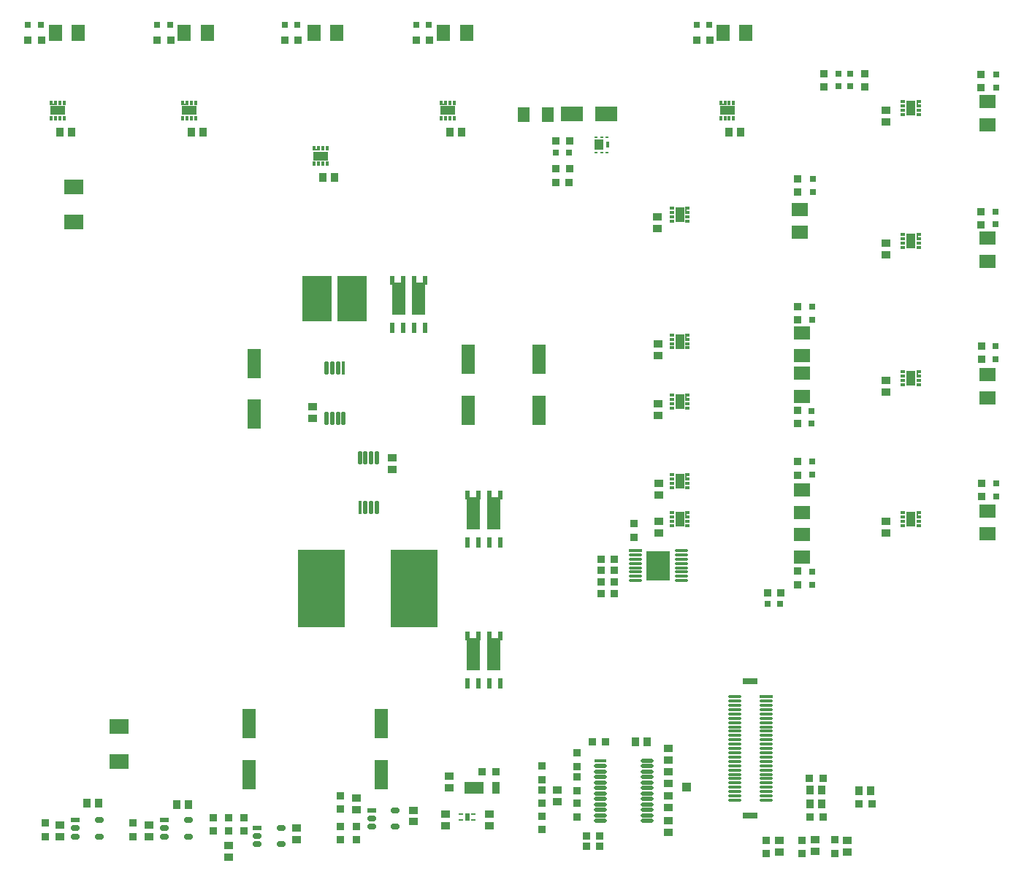
<source format=gtp>
G04*
G04 #@! TF.GenerationSoftware,Altium Limited,Altium Designer,18.1.6 (161)*
G04*
G04 Layer_Color=8421504*
%FSLAX25Y25*%
%MOIN*%
G70*
G01*
G75*
%ADD17R,0.03347X0.03347*%
%ADD18R,0.06102X0.13583*%
%ADD19R,0.03937X0.03543*%
G04:AMPARAMS|DCode=20|XSize=59.06mil|YSize=17.72mil|CornerRadius=4.43mil|HoleSize=0mil|Usage=FLASHONLY|Rotation=270.000|XOffset=0mil|YOffset=0mil|HoleType=Round|Shape=RoundedRectangle|*
%AMROUNDEDRECTD20*
21,1,0.05906,0.00886,0,0,270.0*
21,1,0.05020,0.01772,0,0,270.0*
1,1,0.00886,-0.00443,-0.02510*
1,1,0.00886,-0.00443,0.02510*
1,1,0.00886,0.00443,0.02510*
1,1,0.00886,0.00443,-0.02510*
%
%ADD20ROUNDEDRECTD20*%
%ADD21R,0.01772X0.05906*%
%ADD22R,0.07284X0.05906*%
%ADD23R,0.03347X0.03347*%
%ADD24R,0.03937X0.06693*%
%ADD25R,0.01968X0.01181*%
%ADD26R,0.00787X0.03150*%
%ADD27R,0.09843X0.06693*%
%ADD28R,0.05512X0.07087*%
%ADD29R,0.05906X0.07284*%
%ADD30R,0.06693X0.03937*%
%ADD31R,0.01181X0.01968*%
%ADD32R,0.03150X0.00787*%
%ADD33R,0.03543X0.03937*%
%ADD34R,0.06496X0.15000*%
%ADD35R,0.02402X0.04016*%
%ADD36R,0.02402X0.05000*%
%ADD37R,0.01968X0.03386*%
%ADD38R,0.01968X0.00984*%
%ADD39R,0.03150X0.03150*%
%ADD40R,0.03150X0.03150*%
%ADD41R,0.05906X0.01378*%
G04:AMPARAMS|DCode=42|XSize=13.78mil|YSize=59.06mil|CornerRadius=3.45mil|HoleSize=0mil|Usage=FLASHONLY|Rotation=90.000|XOffset=0mil|YOffset=0mil|HoleType=Round|Shape=RoundedRectangle|*
%AMROUNDEDRECTD42*
21,1,0.01378,0.05217,0,0,90.0*
21,1,0.00689,0.05906,0,0,90.0*
1,1,0.00689,0.02608,0.00345*
1,1,0.00689,0.02608,-0.00345*
1,1,0.00689,-0.02608,-0.00345*
1,1,0.00689,-0.02608,0.00345*
%
%ADD42ROUNDEDRECTD42*%
%ADD43R,0.11024X0.13780*%
%ADD44R,0.08500X0.07000*%
%ADD45R,0.07087X0.03150*%
%ADD46O,0.06299X0.01181*%
%ADD47R,0.06299X0.01181*%
%ADD48R,0.08661X0.05512*%
%ADD49R,0.03543X0.05512*%
%ADD50R,0.21457X0.35433*%
%ADD51R,0.13819X0.20984*%
G04:AMPARAMS|DCode=52|XSize=23.62mil|YSize=39.37mil|CornerRadius=5.91mil|HoleSize=0mil|Usage=FLASHONLY|Rotation=90.000|XOffset=0mil|YOffset=0mil|HoleType=Round|Shape=RoundedRectangle|*
%AMROUNDEDRECTD52*
21,1,0.02362,0.02756,0,0,90.0*
21,1,0.01181,0.03937,0,0,90.0*
1,1,0.01181,0.01378,0.00591*
1,1,0.01181,0.01378,-0.00591*
1,1,0.01181,-0.01378,-0.00591*
1,1,0.01181,-0.01378,0.00591*
%
%ADD52ROUNDEDRECTD52*%
%ADD53R,0.03937X0.02362*%
G04:AMPARAMS|DCode=54|XSize=17.72mil|YSize=57.09mil|CornerRadius=4.43mil|HoleSize=0mil|Usage=FLASHONLY|Rotation=90.000|XOffset=0mil|YOffset=0mil|HoleType=Round|Shape=RoundedRectangle|*
%AMROUNDEDRECTD54*
21,1,0.01772,0.04823,0,0,90.0*
21,1,0.00886,0.05709,0,0,90.0*
1,1,0.00886,0.02411,0.00443*
1,1,0.00886,0.02411,-0.00443*
1,1,0.00886,-0.02411,-0.00443*
1,1,0.00886,-0.02411,0.00443*
%
%ADD54ROUNDEDRECTD54*%
%ADD55R,0.05709X0.01772*%
%ADD56R,0.03937X0.04724*%
%ADD57R,0.01575X0.00984*%
%ADD58R,0.01181X0.03110*%
%ADD59R,0.03937X0.03937*%
D17*
X149803Y382579D02*
D03*
X143701D02*
D03*
X26644D02*
D03*
X32747D02*
D03*
X85630D02*
D03*
X91732D02*
D03*
X273712Y323893D02*
D03*
X267610D02*
D03*
X267413Y317262D02*
D03*
X273515D02*
D03*
X203740Y382579D02*
D03*
X209842D02*
D03*
X331693D02*
D03*
X337795D02*
D03*
X294154Y135065D02*
D03*
X288052D02*
D03*
X294154Y140315D02*
D03*
X288052D02*
D03*
X284037Y62205D02*
D03*
X290139D02*
D03*
X370276Y130020D02*
D03*
X364173D02*
D03*
X281555Y18996D02*
D03*
X287657D02*
D03*
X281555Y14567D02*
D03*
X287657D02*
D03*
X383366Y27758D02*
D03*
X389469D02*
D03*
X240074Y48577D02*
D03*
X233971D02*
D03*
X383268Y45276D02*
D03*
X389370D02*
D03*
X405709Y33676D02*
D03*
X411811D02*
D03*
X288150Y129921D02*
D03*
X294253D02*
D03*
X288052Y145508D02*
D03*
X294154D02*
D03*
X267610Y336479D02*
D03*
X273712D02*
D03*
D18*
X187987Y47244D02*
D03*
Y70472D02*
D03*
X227662Y213484D02*
D03*
Y236713D02*
D03*
X127665Y47244D02*
D03*
Y70472D02*
D03*
X259842Y213484D02*
D03*
Y236713D02*
D03*
X129921Y211614D02*
D03*
Y234842D02*
D03*
D19*
X193001Y191791D02*
D03*
Y186476D02*
D03*
X156578Y209783D02*
D03*
Y215098D02*
D03*
X400591Y17224D02*
D03*
Y11909D02*
D03*
X268257Y40053D02*
D03*
Y34738D02*
D03*
X314325Y211024D02*
D03*
Y216339D02*
D03*
X314573Y180118D02*
D03*
Y174803D02*
D03*
X418307Y221804D02*
D03*
Y227119D02*
D03*
Y284399D02*
D03*
Y289714D02*
D03*
X418307Y157402D02*
D03*
Y162716D02*
D03*
X418307Y345079D02*
D03*
Y350394D02*
D03*
X313976Y296358D02*
D03*
Y301673D02*
D03*
X314325Y238583D02*
D03*
Y243898D02*
D03*
X314573Y157319D02*
D03*
Y162634D02*
D03*
X318898Y59115D02*
D03*
Y53800D02*
D03*
X237022Y23624D02*
D03*
Y28939D02*
D03*
X217180Y23624D02*
D03*
Y28939D02*
D03*
X149222Y22736D02*
D03*
Y17421D02*
D03*
X118110Y14764D02*
D03*
Y9449D02*
D03*
X369660Y17224D02*
D03*
Y11909D02*
D03*
X202559Y30906D02*
D03*
Y25591D02*
D03*
X176476Y31236D02*
D03*
Y36551D02*
D03*
X385827Y17323D02*
D03*
Y12008D02*
D03*
X318898Y48451D02*
D03*
Y43136D02*
D03*
X218920Y46266D02*
D03*
Y40951D02*
D03*
X318898Y37396D02*
D03*
Y32081D02*
D03*
Y25951D02*
D03*
Y20636D02*
D03*
X41196Y18898D02*
D03*
Y24213D02*
D03*
X81693Y18898D02*
D03*
Y24213D02*
D03*
D20*
X162929Y209783D02*
D03*
X165488D02*
D03*
X168047D02*
D03*
X170606D02*
D03*
X162929Y232618D02*
D03*
X165488D02*
D03*
X168047D02*
D03*
X180610Y168957D02*
D03*
X183169D02*
D03*
X185728D02*
D03*
X178051Y191791D02*
D03*
X180610D02*
D03*
X183169D02*
D03*
X185728D02*
D03*
D21*
X170606Y232618D02*
D03*
X178051Y168957D02*
D03*
D22*
X379921Y238386D02*
D03*
Y248819D02*
D03*
Y219862D02*
D03*
Y230295D02*
D03*
X379819Y156714D02*
D03*
Y146281D02*
D03*
Y177154D02*
D03*
Y166720D02*
D03*
X464567Y167358D02*
D03*
Y156925D02*
D03*
Y219226D02*
D03*
Y229659D02*
D03*
Y281562D02*
D03*
Y291995D02*
D03*
Y343898D02*
D03*
Y354331D02*
D03*
X378937Y294685D02*
D03*
Y305118D02*
D03*
D23*
X377953Y207285D02*
D03*
Y213387D02*
D03*
X394685Y17323D02*
D03*
Y11220D02*
D03*
X379850Y17224D02*
D03*
Y11122D02*
D03*
X363386Y17224D02*
D03*
Y11122D02*
D03*
X125068Y21457D02*
D03*
Y27559D02*
D03*
X118110D02*
D03*
Y21457D02*
D03*
X111221Y21457D02*
D03*
Y27559D02*
D03*
X461712Y242815D02*
D03*
Y236713D02*
D03*
X461614Y304232D02*
D03*
Y298130D02*
D03*
X461712Y180118D02*
D03*
Y174016D02*
D03*
X461614Y366811D02*
D03*
Y360709D02*
D03*
X377850Y319094D02*
D03*
Y312991D02*
D03*
Y260827D02*
D03*
Y254724D02*
D03*
X169095Y37437D02*
D03*
Y31335D02*
D03*
X176476Y23425D02*
D03*
Y17323D02*
D03*
X377850Y139947D02*
D03*
Y133844D02*
D03*
X408425Y367244D02*
D03*
Y361142D02*
D03*
X389764Y367244D02*
D03*
Y361142D02*
D03*
X277125Y50848D02*
D03*
Y56951D02*
D03*
Y39848D02*
D03*
Y45951D02*
D03*
Y27848D02*
D03*
Y33951D02*
D03*
X261325Y44900D02*
D03*
Y51002D02*
D03*
Y33951D02*
D03*
Y40053D02*
D03*
Y21951D02*
D03*
Y28053D02*
D03*
X169095Y23425D02*
D03*
Y17323D02*
D03*
X34449Y25000D02*
D03*
Y18898D02*
D03*
X74634Y25000D02*
D03*
Y18898D02*
D03*
X303293Y155512D02*
D03*
Y161614D02*
D03*
X377850Y183847D02*
D03*
Y189949D02*
D03*
D24*
X324039Y302658D02*
D03*
Y217323D02*
D03*
X429528Y163701D02*
D03*
Y228104D02*
D03*
Y290768D02*
D03*
Y351378D02*
D03*
X324039Y244882D02*
D03*
Y181102D02*
D03*
Y163701D02*
D03*
D25*
X327582Y299705D02*
D03*
Y301673D02*
D03*
Y303642D02*
D03*
Y305610D02*
D03*
X320496D02*
D03*
Y303642D02*
D03*
Y301673D02*
D03*
Y299705D02*
D03*
X327582Y214370D02*
D03*
Y216339D02*
D03*
Y218307D02*
D03*
Y220276D02*
D03*
X320496D02*
D03*
Y218307D02*
D03*
Y216339D02*
D03*
Y214370D02*
D03*
X433071Y160748D02*
D03*
Y162716D02*
D03*
Y164685D02*
D03*
Y166654D02*
D03*
X425984D02*
D03*
Y164685D02*
D03*
Y162716D02*
D03*
Y160748D02*
D03*
X433071Y225151D02*
D03*
Y227119D02*
D03*
Y229088D02*
D03*
Y231056D02*
D03*
X425984D02*
D03*
Y229088D02*
D03*
Y227119D02*
D03*
Y225151D02*
D03*
X433071Y287815D02*
D03*
Y289784D02*
D03*
Y291752D02*
D03*
Y293721D02*
D03*
X425984D02*
D03*
Y291752D02*
D03*
Y289784D02*
D03*
Y287815D02*
D03*
X433071Y348425D02*
D03*
Y350394D02*
D03*
Y352362D02*
D03*
Y354331D02*
D03*
X425984D02*
D03*
Y352362D02*
D03*
Y350394D02*
D03*
Y348425D02*
D03*
X320496Y241929D02*
D03*
Y243898D02*
D03*
Y245866D02*
D03*
Y247835D02*
D03*
X327582D02*
D03*
Y245866D02*
D03*
Y243898D02*
D03*
Y241929D02*
D03*
X320496Y178150D02*
D03*
Y180118D02*
D03*
Y182087D02*
D03*
Y184055D02*
D03*
X327582D02*
D03*
Y182087D02*
D03*
Y180118D02*
D03*
Y178150D02*
D03*
X320496Y160748D02*
D03*
Y162716D02*
D03*
Y164685D02*
D03*
Y166654D02*
D03*
X327582D02*
D03*
Y164685D02*
D03*
Y162716D02*
D03*
Y160748D02*
D03*
D26*
X326992Y304626D02*
D03*
Y219291D02*
D03*
X432480Y165669D02*
D03*
Y230072D02*
D03*
Y292736D02*
D03*
Y353346D02*
D03*
X326992Y246850D02*
D03*
Y183071D02*
D03*
Y165669D02*
D03*
D27*
X274696Y348799D02*
D03*
X290444D02*
D03*
D28*
X252953Y348425D02*
D03*
X263779D02*
D03*
D29*
X157229Y385827D02*
D03*
X167662D02*
D03*
X97993D02*
D03*
X108426D02*
D03*
X49660Y385827D02*
D03*
X39227D02*
D03*
X226725Y385827D02*
D03*
X216291D02*
D03*
X354149Y385827D02*
D03*
X343716D02*
D03*
D30*
X160219Y329553D02*
D03*
X100054Y350276D02*
D03*
X40211D02*
D03*
X218164D02*
D03*
X345685D02*
D03*
D31*
X163172Y333097D02*
D03*
X161204D02*
D03*
X159235D02*
D03*
X157267D02*
D03*
Y326010D02*
D03*
X159235D02*
D03*
X161204D02*
D03*
X163172D02*
D03*
X103007Y353819D02*
D03*
X101038D02*
D03*
X99070D02*
D03*
X97101D02*
D03*
Y346732D02*
D03*
X99070D02*
D03*
X101038D02*
D03*
X103007D02*
D03*
X43164Y353819D02*
D03*
X41196D02*
D03*
X39227D02*
D03*
X37259D02*
D03*
Y346732D02*
D03*
X39227D02*
D03*
X41196D02*
D03*
X43164D02*
D03*
X221117D02*
D03*
X219148D02*
D03*
X217180D02*
D03*
X215212D02*
D03*
Y353819D02*
D03*
X217180D02*
D03*
X219148D02*
D03*
X221117D02*
D03*
X348638Y346732D02*
D03*
X346669D02*
D03*
X344701D02*
D03*
X342732D02*
D03*
Y353819D02*
D03*
X344701D02*
D03*
X346669D02*
D03*
X348638D02*
D03*
D32*
X158251Y332506D02*
D03*
X98085Y353228D02*
D03*
X38243D02*
D03*
X216196D02*
D03*
X343716D02*
D03*
D33*
X161204Y319882D02*
D03*
X166518D02*
D03*
X46511Y340551D02*
D03*
X41196D02*
D03*
X106353Y340551D02*
D03*
X101038D02*
D03*
X224463Y340551D02*
D03*
X219148D02*
D03*
X351984D02*
D03*
X346669D02*
D03*
X309154Y62008D02*
D03*
X303839D02*
D03*
X383366Y33788D02*
D03*
X388681D02*
D03*
X58780Y34058D02*
D03*
X53465D02*
D03*
X99732Y33366D02*
D03*
X94417D02*
D03*
X383366Y40201D02*
D03*
X388681D02*
D03*
X405709Y39848D02*
D03*
X411024D02*
D03*
D34*
X229975Y166339D02*
D03*
X239070D02*
D03*
X204901Y264347D02*
D03*
X195807D02*
D03*
X239070Y102024D02*
D03*
X229975D02*
D03*
D35*
X227023Y174626D02*
D03*
X232023D02*
D03*
X237022D02*
D03*
X242022D02*
D03*
X207854Y272635D02*
D03*
X202854D02*
D03*
X197854D02*
D03*
X192854D02*
D03*
X242022Y110311D02*
D03*
X237022D02*
D03*
X232023D02*
D03*
X227023D02*
D03*
D36*
X242022Y153110D02*
D03*
X237022D02*
D03*
X232023D02*
D03*
X227023D02*
D03*
X192854Y251119D02*
D03*
X197854D02*
D03*
X202854D02*
D03*
X207854D02*
D03*
X227023Y88795D02*
D03*
X232023D02*
D03*
X237022D02*
D03*
X242022D02*
D03*
D37*
X227121Y27758D02*
D03*
D38*
X229975Y28939D02*
D03*
Y26577D02*
D03*
X224306D02*
D03*
Y28939D02*
D03*
D39*
X468209Y236909D02*
D03*
Y242815D02*
D03*
Y298327D02*
D03*
Y304232D02*
D03*
X401677Y367244D02*
D03*
Y361339D02*
D03*
X396457Y367244D02*
D03*
Y361339D02*
D03*
X384543Y139764D02*
D03*
Y133858D02*
D03*
X384646Y189961D02*
D03*
Y184055D02*
D03*
Y260827D02*
D03*
Y254921D02*
D03*
X384240Y213191D02*
D03*
Y207285D02*
D03*
X468504Y180118D02*
D03*
Y174213D02*
D03*
Y366811D02*
D03*
Y360906D02*
D03*
X384842Y319094D02*
D03*
Y313188D02*
D03*
D40*
X32550Y389469D02*
D03*
X26644D02*
D03*
X91535D02*
D03*
X85630D02*
D03*
X364095Y125000D02*
D03*
X370001D02*
D03*
X331693Y389574D02*
D03*
X337598D02*
D03*
X273515Y330947D02*
D03*
X267610D02*
D03*
X203740Y389574D02*
D03*
X209646D02*
D03*
X143701D02*
D03*
X149606D02*
D03*
D41*
X303695Y149445D02*
D03*
D42*
Y147476D02*
D03*
Y145508D02*
D03*
Y143539D02*
D03*
Y141571D02*
D03*
Y139602D02*
D03*
Y137634D02*
D03*
Y135665D02*
D03*
X324955Y149445D02*
D03*
Y147476D02*
D03*
Y145508D02*
D03*
Y143539D02*
D03*
Y141571D02*
D03*
Y139602D02*
D03*
Y137634D02*
D03*
Y135665D02*
D03*
D43*
X314325Y142555D02*
D03*
D44*
X47632Y315354D02*
D03*
Y299354D02*
D03*
X68010Y53150D02*
D03*
Y69150D02*
D03*
D45*
X356299Y89764D02*
D03*
Y28346D02*
D03*
D46*
X349213Y82677D02*
D03*
Y80709D02*
D03*
Y78740D02*
D03*
Y76772D02*
D03*
Y74803D02*
D03*
Y72835D02*
D03*
Y70866D02*
D03*
Y68898D02*
D03*
Y66929D02*
D03*
Y64961D02*
D03*
Y62992D02*
D03*
Y61024D02*
D03*
Y59055D02*
D03*
Y57087D02*
D03*
Y55118D02*
D03*
Y53150D02*
D03*
Y51181D02*
D03*
Y49213D02*
D03*
Y47244D02*
D03*
Y45276D02*
D03*
Y43307D02*
D03*
Y41339D02*
D03*
Y39370D02*
D03*
Y37402D02*
D03*
Y35433D02*
D03*
X363386D02*
D03*
Y37402D02*
D03*
Y39370D02*
D03*
Y41339D02*
D03*
Y43307D02*
D03*
Y45276D02*
D03*
Y47244D02*
D03*
Y49213D02*
D03*
Y51181D02*
D03*
Y53150D02*
D03*
Y55118D02*
D03*
Y57087D02*
D03*
Y59055D02*
D03*
Y61024D02*
D03*
Y62992D02*
D03*
Y64961D02*
D03*
Y66929D02*
D03*
Y68898D02*
D03*
Y70866D02*
D03*
Y72835D02*
D03*
Y74803D02*
D03*
Y76772D02*
D03*
Y78740D02*
D03*
Y80709D02*
D03*
D47*
Y82677D02*
D03*
D48*
X230034Y40945D02*
D03*
D49*
X240074D02*
D03*
D50*
X202982Y132242D02*
D03*
X160462D02*
D03*
D51*
X158452Y264347D02*
D03*
X174593D02*
D03*
D52*
X194193Y30906D02*
D03*
Y23425D02*
D03*
X183366D02*
D03*
Y27165D02*
D03*
X99732Y26378D02*
D03*
Y18898D02*
D03*
X88905D02*
D03*
Y22638D02*
D03*
X59055Y26378D02*
D03*
Y18898D02*
D03*
X48228D02*
D03*
Y22638D02*
D03*
X142082Y22736D02*
D03*
Y15256D02*
D03*
X131255D02*
D03*
Y18996D02*
D03*
D53*
X183366Y30906D02*
D03*
X88905Y26378D02*
D03*
X48228D02*
D03*
X131255Y22736D02*
D03*
D54*
X309154Y25951D02*
D03*
Y28451D02*
D03*
Y30951D02*
D03*
Y33451D02*
D03*
Y35951D02*
D03*
Y38451D02*
D03*
Y40951D02*
D03*
Y43451D02*
D03*
Y45951D02*
D03*
Y48451D02*
D03*
Y50951D02*
D03*
Y53451D02*
D03*
X287697Y25951D02*
D03*
Y28451D02*
D03*
Y30951D02*
D03*
Y33451D02*
D03*
Y35951D02*
D03*
Y38451D02*
D03*
Y40951D02*
D03*
Y43451D02*
D03*
Y45951D02*
D03*
Y48451D02*
D03*
Y50951D02*
D03*
D55*
Y53451D02*
D03*
D56*
X287205Y334589D02*
D03*
D57*
X285827Y338231D02*
D03*
X288386D02*
D03*
X290945D02*
D03*
Y330947D02*
D03*
X288386D02*
D03*
X285827D02*
D03*
D58*
X291299Y334589D02*
D03*
D59*
X327203Y41511D02*
D03*
M02*

</source>
